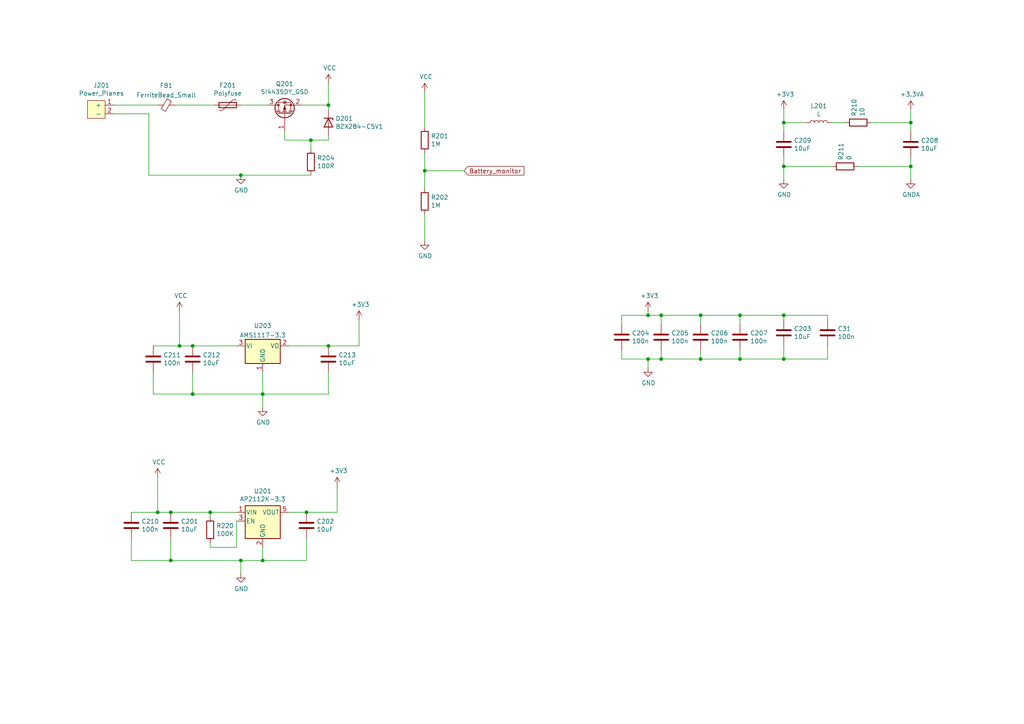
<source format=kicad_sch>
(kicad_sch (version 20211123) (generator eeschema)
  (paper "A4")
  (lib_symbols
    (symbol "Device:C" (pin_numbers hide) (pin_names (offset 0.254))
      (property "Reference" "C" (at 0.635 2.54 0))
      (property "Value" "C" (at 0.635 -2.54 0))
      (symbol "C_0_1"
        (polyline (pts (xy -2.032 -0.762) (xy 2.032 -0.762)) (stroke (width 0.508)))
        (polyline (pts (xy -2.032 0.762) (xy 2.032 0.762)) (stroke (width 0.508)))
      )
      (symbol "C_1_1"
        (pin passive line (at 0 3.81 270) (length 2.794) (name "~") (number "1"))
        (pin passive line (at 0 -3.81 90) (length 2.794) (name "~") (number "2"))
      )
    )
    (symbol "Device:D_Zener" (pin_numbers hide) (pin_names (offset 1.016) hide)
      (property "Reference" "D" (at 0 2.54 0))
      (property "Value" "D_Zener" (at 0 -2.54 0))
      (symbol "D_Zener_0_1"
        (polyline (pts (xy 1.27 0) (xy -1.27 0)))
        (polyline (pts (xy -1.27 -1.27) (xy -1.27 1.27) (xy -0.762 1.27)) (stroke (width 0.254)))
        (polyline (pts (xy 1.27 -1.27) (xy 1.27 1.27) (xy -1.27 0) (xy 1.27 -1.27)) (stroke (width 0.254)))
      )
      (symbol "D_Zener_1_1"
        (pin passive line (at -3.81 0 0) (length 2.54) (name "K") (number "1"))
        (pin passive line (at 3.81 0 180) (length 2.54) (name "A") (number "2"))
      )
    )
    (symbol "Device:FerriteBead_Small" (pin_numbers hide) (pin_names (offset 0))
      (property "Reference" "FB" (at 1.905 1.27 0))
      (property "Value" "FerriteBead_Small" (at 1.905 -1.27 0))
      (symbol "FerriteBead_Small_0_1"
        (polyline (pts (xy 0 -1.27) (xy 0 -0.7874)))
        (polyline (pts (xy 0 0.889) (xy 0 1.2954)))
        (polyline (pts (xy -1.8288 0.2794) (xy -1.1176 1.4986) (xy 1.8288 -0.2032) (xy 1.1176 -1.4224) (xy -1.8288 0.2794)))
      )
      (symbol "FerriteBead_Small_1_1"
        (pin passive line (at 0 2.54 270) (length 1.27) (name "~") (number "1"))
        (pin passive line (at 0 -2.54 90) (length 1.27) (name "~") (number "2"))
      )
    )
    (symbol "Device:L" (pin_numbers hide) (pin_names (offset 1.016) hide)
      (property "Reference" "L" (at -1.27 0 90))
      (property "Value" "L" (at 1.905 0 90))
      (symbol "L_0_1"
        (arc (start 0 -2.54) (mid 0.635 -1.905) (end 0 -1.27))
        (arc (start 0 -1.27) (mid 0.635 -0.635) (end 0 0))
        (arc (start 0 0) (mid 0.635 0.635) (end 0 1.27))
        (arc (start 0 1.27) (mid 0.635 1.905) (end 0 2.54))
      )
      (symbol "L_1_1"
        (pin passive line (at 0 3.81 270) (length 1.27) (name "1") (number "1"))
        (pin passive line (at 0 -3.81 90) (length 1.27) (name "2") (number "2"))
      )
    )
    (symbol "Device:Polyfuse" (pin_numbers hide) (pin_names (offset 0))
      (property "Reference" "F" (at -2.54 0 90))
      (property "Value" "Polyfuse" (at 2.54 0 90))
      (symbol "Polyfuse_0_1"
        (rectangle (start -0.762 2.54) (end 0.762 -2.54) (stroke (width 0.254)))
        (polyline (pts (xy 0 2.54) (xy 0 -2.54)))
        (polyline (pts (xy -1.524 2.54) (xy -1.524 1.524) (xy 1.524 -1.524) (xy 1.524 -2.54)))
      )
      (symbol "Polyfuse_1_1"
        (pin passive line (at 0 3.81 270) (length 1.27) (name "~") (number "1"))
        (pin passive line (at 0 -3.81 90) (length 1.27) (name "~") (number "2"))
      )
    )
    (symbol "Device:Q_PMOS_GSD" (pin_names (offset 0) hide)
      (property "Reference" "Q" (at 5.08 1.27 0))
      (property "Value" "Q_PMOS_GSD" (at 5.08 -1.27 0))
      (symbol "Q_PMOS_GSD_0_1"
        (polyline (pts (xy 0.254 0) (xy -2.54 0)))
        (polyline (pts (xy 0.254 1.905) (xy 0.254 -1.905)) (stroke (width 0.254)))
        (polyline (pts (xy 0.762 -1.27) (xy 0.762 -2.286)) (stroke (width 0.254)))
        (polyline (pts (xy 0.762 0.508) (xy 0.762 -0.508)) (stroke (width 0.254)))
        (polyline (pts (xy 0.762 2.286) (xy 0.762 1.27)) (stroke (width 0.254)))
        (polyline (pts (xy 2.54 2.54) (xy 2.54 1.778)))
        (polyline (pts (xy 2.54 -2.54) (xy 2.54 0) (xy 0.762 0)))
        (polyline (pts (xy 0.762 1.778) (xy 3.302 1.778) (xy 3.302 -1.778) (xy 0.762 -1.778)))
        (polyline (pts (xy 2.286 0) (xy 1.27 0.381) (xy 1.27 -0.381) (xy 2.286 0)) (fill (type outline)))
        (polyline (pts (xy 2.794 -0.508) (xy 2.921 -0.381) (xy 3.683 -0.381) (xy 3.81 -0.254)))
        (polyline (pts (xy 3.302 -0.381) (xy 2.921 0.254) (xy 3.683 0.254) (xy 3.302 -0.381)))
        (circle (center 1.651 0) (radius 2.794) (stroke (width 0.254)))
        (circle (center 2.54 -1.778) (radius 0.254) (fill (type outline)))
        (circle (center 2.54 1.778) (radius 0.254) (fill (type outline)))
      )
      (symbol "Q_PMOS_GSD_1_1"
        (pin input line (at -5.08 0 0) (length 2.54) (name "G") (number "1"))
        (pin passive line (at 2.54 -5.08 90) (length 2.54) (name "S") (number "2"))
        (pin passive line (at 2.54 5.08 270) (length 2.54) (name "D") (number "3"))
      )
    )
    (symbol "Device:R" (pin_numbers hide) (pin_names (offset 0))
      (property "Reference" "R" (at 2.032 0 90))
      (property "Value" "R" (at 0 0 90))
      (symbol "R_0_1"
        (rectangle (start -1.016 -2.54) (end 1.016 2.54) (stroke (width 0.254)))
      )
      (symbol "R_1_1"
        (pin passive line (at 0 3.81 270) (length 1.27) (name "~") (number "1"))
        (pin passive line (at 0 -3.81 90) (length 1.27) (name "~") (number "2"))
      )
    )
    (symbol "Regulator_Linear:AMS1117-3.3" (pin_names (offset 0.254))
      (property "Reference" "U" (at -3.81 3.175 0))
      (property "Value" "AMS1117-3.3" (at 0 3.175 0))
      (symbol "AMS1117-3.3_0_1"
        (rectangle (start -5.08 -5.08) (end 5.08 1.905) (stroke (width 0.254)) (fill (type background)))
      )
      (symbol "AMS1117-3.3_1_1"
        (pin power_in line (at 0 -7.62 90) (length 2.54) (name "GND") (number "1"))
        (pin power_out line (at 7.62 0 180) (length 2.54) (name "VO") (number "2"))
        (pin power_in line (at -7.62 0 0) (length 2.54) (name "VI") (number "3"))
      )
    )
    (symbol "Regulator_Linear:AP2112K-3.3" (pin_names (offset 0.254))
      (property "Reference" "U" (at -5.08 5.715 0))
      (property "Value" "AP2112K-3.3" (at 0 5.715 0))
      (symbol "AP2112K-3.3_0_1"
        (rectangle (start -5.08 4.445) (end 5.08 -5.08) (stroke (width 0.254)) (fill (type background)))
      )
      (symbol "AP2112K-3.3_1_1"
        (pin power_in line (at -7.62 2.54 0) (length 2.54) (name "VIN") (number "1"))
        (pin power_in line (at 0 -7.62 90) (length 2.54) (name "GND") (number "2"))
        (pin input line (at -7.62 0 0) (length 2.54) (name "EN") (number "3"))
        (pin no_connect line (at 5.08 0 180) (length 2.54) hide (name "NC") (number "4"))
        (pin power_out line (at 7.62 2.54 180) (length 2.54) (name "VOUT") (number "5"))
      )
    )
    (symbol "Special_Parts:Power_Planes" (pin_names (offset 1.016))
      (property "Reference" "J" (at 0 3.81 0))
      (property "Value" "Power_Planes" (at 0.635 -3.81 0))
      (symbol "Power_Planes_0_1"
        (rectangle (start 2.54 2.54) (end -2.54 -2.54) (fill (type background)))
      )
      (symbol "Power_Planes_1_1"
        (pin input line (at 5.08 1.27 180) (length 2.54) (name "+") (number "1"))
        (pin input line (at 5.08 -1.27 180) (length 2.54) (name "-") (number "2"))
      )
    )
    (symbol "power:+3.3V" (power) (pin_names (offset 0))
      (property "Value" "+3.3V" (at 0 3.556 0))
      (symbol "+3.3V_0_1"
        (polyline (pts (xy -0.762 1.27) (xy 0 2.54)))
        (polyline (pts (xy 0 0) (xy 0 2.54)))
        (polyline (pts (xy 0 2.54) (xy 0.762 1.27)))
      )
      (symbol "+3.3V_1_1"
        (pin power_in line (at 0 0 90) (length 0) hide (name "+3V3") (number "1"))
      )
    )
    (symbol "power:+3.3VA" (power) (pin_names (offset 0))
      (property "Value" "+3.3VA" (at 0 3.556 0))
      (symbol "+3.3VA_0_1"
        (polyline (pts (xy -0.762 1.27) (xy 0 2.54)))
        (polyline (pts (xy 0 0) (xy 0 2.54)))
        (polyline (pts (xy 0 2.54) (xy 0.762 1.27)))
      )
      (symbol "+3.3VA_1_1"
        (pin power_in line (at 0 0 90) (length 0) hide (name "+3.3VA") (number "1"))
      )
    )
    (symbol "power:GND" (power) (pin_names (offset 0))
      (property "Value" "GND" (at 0 -3.81 0))
      (symbol "GND_0_1"
        (polyline (pts (xy 0 0) (xy 0 -1.27) (xy 1.27 -1.27) (xy 0 -2.54) (xy -1.27 -1.27) (xy 0 -1.27)))
      )
      (symbol "GND_1_1"
        (pin power_in line (at 0 0 270) (length 0) hide (name "GND") (number "1"))
      )
    )
    (symbol "power:GNDA" (power) (pin_names (offset 0))
      (property "Value" "GNDA" (at 0 -3.81 0))
      (symbol "GNDA_0_1"
        (polyline (pts (xy 0 0) (xy 0 -1.27) (xy 1.27 -1.27) (xy 0 -2.54) (xy -1.27 -1.27) (xy 0 -1.27)))
      )
      (symbol "GNDA_1_1"
        (pin power_in line (at 0 0 270) (length 0) hide (name "GNDA") (number "1"))
      )
    )
    (symbol "power:VCC" (power) (pin_names (offset 0))
      (property "Value" "VCC" (at 0 3.81 0))
      (symbol "VCC_0_1"
        (polyline (pts (xy -0.762 1.27) (xy 0 2.54)))
        (polyline (pts (xy 0 0) (xy 0 2.54)))
        (polyline (pts (xy 0 2.54) (xy 0.762 1.27)))
      )
      (symbol "VCC_1_1"
        (pin power_in line (at 0 0 90) (length 0) hide (name "VCC") (number "1"))
      )
    )
  )
  (junction (at 187.96 104.14))
  (junction (at 187.96 91.44))
  (junction (at 203.2 104.14))
  (junction (at 123.19 49.53))
  (junction (at 227.33 48.26))
  (junction (at 191.77 91.44))
  (junction (at 95.25 100.33))
  (junction (at 227.33 35.56))
  (junction (at 95.25 30.48))
  (junction (at 55.88 100.33))
  (junction (at 60.96 148.59))
  (junction (at 227.33 91.44))
  (junction (at 69.85 50.8))
  (junction (at 264.16 48.26))
  (junction (at 264.16 35.56))
  (junction (at 55.88 114.3))
  (junction (at 45.72 148.59))
  (junction (at 191.77 104.14))
  (junction (at 76.2 114.3))
  (junction (at 88.9 148.59))
  (junction (at 203.2 91.44))
  (junction (at 69.85 162.56))
  (junction (at 214.63 91.44))
  (junction (at 49.53 162.56))
  (junction (at 227.33 104.14))
  (junction (at 49.53 148.59))
  (junction (at 52.07 100.33))
  (junction (at 90.17 40.64))
  (junction (at 214.63 104.14))
  (junction (at 76.2 162.56))
  (wire (pts (xy 45.72 148.59) (xy 49.53 148.59)))
  (wire (pts (xy 90.17 40.64) (xy 90.17 43.18)))
  (wire (pts (xy 180.34 93.98) (xy 180.34 91.44)))
  (wire (pts (xy 52.07 90.17) (xy 52.07 100.33)))
  (wire (pts (xy 123.19 26.67) (xy 123.19 36.83)))
  (wire (pts (xy 95.25 107.95) (xy 95.25 114.3)))
  (wire (pts (xy 95.25 31.75) (xy 95.25 30.48)))
  (wire (pts (xy 227.33 38.1) (xy 227.33 35.56)))
  (wire (pts (xy 203.2 104.14) (xy 203.2 101.6)))
  (wire (pts (xy 69.85 162.56) (xy 49.53 162.56)))
  (wire (pts (xy 227.33 92.71) (xy 227.33 91.44)))
  (wire (pts (xy 88.9 148.59) (xy 97.79 148.59)))
  (wire (pts (xy 43.18 33.02) (xy 43.18 50.8)))
  (wire (pts (xy 187.96 104.14) (xy 180.34 104.14)))
  (wire (pts (xy 104.14 100.33) (xy 104.14 92.71)))
  (wire (pts (xy 88.9 162.56) (xy 76.2 162.56)))
  (wire (pts (xy 83.82 148.59) (xy 88.9 148.59)))
  (wire (pts (xy 60.96 158.75) (xy 68.58 158.75)))
  (wire (pts (xy 241.3 35.56) (xy 245.11 35.56)))
  (wire (pts (xy 187.96 104.14) (xy 191.77 104.14)))
  (wire (pts (xy 33.02 30.48) (xy 45.72 30.48)))
  (wire (pts (xy 44.45 107.95) (xy 44.45 114.3)))
  (wire (pts (xy 38.1 162.56) (xy 49.53 162.56)))
  (wire (pts (xy 123.19 44.45) (xy 123.19 49.53)))
  (wire (pts (xy 248.92 48.26) (xy 264.16 48.26)))
  (wire (pts (xy 76.2 114.3) (xy 95.25 114.3)))
  (wire (pts (xy 60.96 158.75) (xy 60.96 157.48)))
  (wire (pts (xy 227.33 31.75) (xy 227.33 35.56)))
  (wire (pts (xy 187.96 90.17) (xy 187.96 91.44)))
  (wire (pts (xy 50.8 30.48) (xy 62.23 30.48)))
  (wire (pts (xy 69.85 50.8) (xy 90.17 50.8)))
  (wire (pts (xy 191.77 104.14) (xy 203.2 104.14)))
  (wire (pts (xy 227.33 91.44) (xy 240.03 91.44)))
  (wire (pts (xy 55.88 100.33) (xy 68.58 100.33)))
  (wire (pts (xy 97.79 148.59) (xy 97.79 140.97)))
  (wire (pts (xy 123.19 62.23) (xy 123.19 69.85)))
  (wire (pts (xy 227.33 35.56) (xy 233.68 35.56)))
  (wire (pts (xy 95.25 40.64) (xy 90.17 40.64)))
  (wire (pts (xy 187.96 106.68) (xy 187.96 104.14)))
  (wire (pts (xy 95.25 30.48) (xy 87.63 30.48)))
  (wire (pts (xy 227.33 48.26) (xy 241.3 48.26)))
  (wire (pts (xy 83.82 100.33) (xy 95.25 100.33)))
  (wire (pts (xy 49.53 148.59) (xy 60.96 148.59)))
  (wire (pts (xy 76.2 162.56) (xy 69.85 162.56)))
  (wire (pts (xy 264.16 35.56) (xy 264.16 31.75)))
  (wire (pts (xy 252.73 35.56) (xy 264.16 35.56)))
  (wire (pts (xy 95.25 100.33) (xy 104.14 100.33)))
  (wire (pts (xy 203.2 93.98) (xy 203.2 91.44)))
  (wire (pts (xy 191.77 93.98) (xy 191.77 91.44)))
  (wire (pts (xy 44.45 100.33) (xy 52.07 100.33)))
  (wire (pts (xy 68.58 151.13) (xy 68.58 158.75)))
  (wire (pts (xy 69.85 162.56) (xy 69.85 166.37)))
  (wire (pts (xy 203.2 91.44) (xy 214.63 91.44)))
  (wire (pts (xy 95.25 39.37) (xy 95.25 40.64)))
  (wire (pts (xy 191.77 91.44) (xy 203.2 91.44)))
  (wire (pts (xy 55.88 114.3) (xy 55.88 107.95)))
  (wire (pts (xy 69.85 30.48) (xy 77.47 30.48)))
  (wire (pts (xy 227.33 48.26) (xy 227.33 52.07)))
  (wire (pts (xy 95.25 24.13) (xy 95.25 30.48)))
  (wire (pts (xy 180.34 91.44) (xy 187.96 91.44)))
  (wire (pts (xy 49.53 162.56) (xy 49.53 156.21)))
  (wire (pts (xy 45.72 138.43) (xy 45.72 148.59)))
  (wire (pts (xy 240.03 104.14) (xy 227.33 104.14)))
  (wire (pts (xy 264.16 38.1) (xy 264.16 35.56)))
  (wire (pts (xy 52.07 100.33) (xy 55.88 100.33)))
  (wire (pts (xy 82.55 38.1) (xy 82.55 40.64)))
  (wire (pts (xy 44.45 114.3) (xy 55.88 114.3)))
  (wire (pts (xy 76.2 114.3) (xy 76.2 118.11)))
  (wire (pts (xy 191.77 104.14) (xy 191.77 101.6)))
  (wire (pts (xy 123.19 49.53) (xy 123.19 54.61)))
  (wire (pts (xy 60.96 148.59) (xy 68.58 148.59)))
  (wire (pts (xy 214.63 91.44) (xy 214.63 93.98)))
  (wire (pts (xy 214.63 104.14) (xy 227.33 104.14)))
  (wire (pts (xy 88.9 156.21) (xy 88.9 162.56)))
  (wire (pts (xy 76.2 114.3) (xy 55.88 114.3)))
  (wire (pts (xy 227.33 91.44) (xy 214.63 91.44)))
  (wire (pts (xy 214.63 104.14) (xy 214.63 101.6)))
  (wire (pts (xy 60.96 149.86) (xy 60.96 148.59)))
  (wire (pts (xy 180.34 104.14) (xy 180.34 101.6)))
  (wire (pts (xy 240.03 100.33) (xy 240.03 104.14)))
  (wire (pts (xy 76.2 158.75) (xy 76.2 162.56)))
  (wire (pts (xy 264.16 45.72) (xy 264.16 48.26)))
  (wire (pts (xy 227.33 100.33) (xy 227.33 104.14)))
  (wire (pts (xy 76.2 107.95) (xy 76.2 114.3)))
  (wire (pts (xy 90.17 40.64) (xy 82.55 40.64)))
  (wire (pts (xy 227.33 45.72) (xy 227.33 48.26)))
  (wire (pts (xy 203.2 104.14) (xy 214.63 104.14)))
  (wire (pts (xy 38.1 156.21) (xy 38.1 162.56)))
  (wire (pts (xy 187.96 91.44) (xy 191.77 91.44)))
  (wire (pts (xy 264.16 48.26) (xy 264.16 52.07)))
  (wire (pts (xy 38.1 148.59) (xy 45.72 148.59)))
  (wire (pts (xy 240.03 91.44) (xy 240.03 92.71)))
  (wire (pts (xy 134.62 49.53) (xy 123.19 49.53)))
  (wire (pts (xy 33.02 33.02) (xy 43.18 33.02)))
  (wire (pts (xy 43.18 50.8) (xy 69.85 50.8)))
  (global_label "Battery_monitor" (shape input) (at 134.62 49.53 0) (property "Intersheet References" "${INTERSHEET_REFS}" (effects hide)))
  (symbol (lib_id "Device:Polyfuse") (at 66.04 30.48 90) (unit 1)
    (property "Reference" "F201" (at 66.04 24.765 90))
    (property "Value" "Polyfuse" (at 66.04 27.0764 90))
    (property "Footprint" "Fuse:Fuse_1210_3225Metric_Pad1.42x2.65mm_HandSolder" (effects hide))
  )
  (symbol (lib_id "Device:Q_PMOS_GSD") (at 82.55 33.02 90) (unit 1)
    (property "Reference" "Q201" (at 82.55 24.3332 90))
    (property "Value" "SI4435DY_GSD" (at 82.55 26.6446 90))
    (property "Footprint" "Package_SO:SOIC-8_3.9x4.9mm_P1.27mm" (effects hide))
  )
  (symbol (lib_id "Device:D_Zener") (at 95.25 35.56 270) (unit 1)
    (property "Reference" "D201" (at 97.282 34.3916 90) (effects (justify left)))
    (property "Value" "BZX284-C5V1" (at 97.282 36.703 90) (effects (justify left)))
    (property "Footprint" "Diode_SMD:D_SOD-110" (effects hide))
  )
  (symbol (lib_id "Special_Parts:Power_Planes") (at 27.94 31.75 0) (unit 1)
    (property "Reference" "J201" (at 29.4132 24.765 0))
    (property "Value" "Power_Planes" (at 29.4132 27.0764 0))
    (property "Footprint" "Special_Parts:Power_planes_3x6mm" (effects hide))
  )
  (symbol (lib_id "power:GND") (at 69.85 50.8 0) (unit 1)
    (property "Reference" "#PWR0114" (effects hide))
    (property "Value" "GND" (at 69.977 55.1942 0))
  )
  (symbol (lib_id "power:VCC") (at 95.25 24.13 0) (unit 1)
    (property "Reference" "#PWR0115" (effects hide))
    (property "Value" "VCC" (at 95.631 19.7358 0))
  )
  (symbol (lib_id "power:+3.3V") (at 97.79 140.97 0) (unit 1)
    (property "Reference" "#PWR0118" (effects hide))
    (property "Value" "+3.3V" (at 98.171 136.5758 0))
  )
  (symbol (lib_id "power:VCC") (at 45.72 138.43 0) (unit 1)
    (property "Reference" "#PWR0119" (effects hide))
    (property "Value" "VCC" (at 46.101 134.0358 0))
  )
  (symbol (lib_id "power:GND") (at 69.85 166.37 0) (unit 1)
    (property "Reference" "#PWR0120" (effects hide))
    (property "Value" "GND" (at 69.977 170.7642 0))
  )
  (symbol (lib_id "Device:R") (at 123.19 40.64 0) (unit 1)
    (property "Reference" "R201" (at 124.968 39.4716 0) (effects (justify left)))
    (property "Value" "1M" (at 124.968 41.783 0) (effects (justify left)))
    (property "Footprint" "Resistor_SMD:R_0603_1608Metric_Pad0.98x0.95mm_HandSolder" (effects hide))
  )
  (symbol (lib_id "Device:R") (at 123.19 58.42 0) (unit 1)
    (property "Reference" "R202" (at 124.968 57.2516 0) (effects (justify left)))
    (property "Value" "1M" (at 124.968 59.563 0) (effects (justify left)))
    (property "Footprint" "Resistor_SMD:R_0603_1608Metric_Pad0.98x0.95mm_HandSolder" (effects hide))
  )
  (symbol (lib_id "power:VCC") (at 123.19 26.67 0) (unit 1)
    (property "Reference" "#PWR0121" (effects hide))
    (property "Value" "VCC" (at 123.571 22.2758 0))
  )
  (symbol (lib_id "power:GND") (at 123.19 69.85 0) (unit 1)
    (property "Reference" "#PWR0122" (effects hide))
    (property "Value" "GND" (at 123.317 74.2442 0))
  )
  (symbol (lib_id "Device:C") (at 88.9 152.4 0) (unit 1)
    (property "Reference" "C202" (at 91.821 151.2316 0) (effects (justify left)))
    (property "Value" "10uF" (at 91.821 153.543 0) (effects (justify left)))
    (property "Footprint" "Capacitor_SMD:C_1206_3216Metric" (effects hide))
  )
  (symbol (lib_id "Device:C") (at 49.53 152.4 180) (unit 1)
    (property "Reference" "C201" (at 52.451 151.2316 0) (effects (justify right)))
    (property "Value" "10uF" (at 52.451 153.543 0) (effects (justify right)))
    (property "Footprint" "Capacitor_SMD:C_1206_3216Metric" (effects hide))
  )
  (symbol (lib_id "Device:C") (at 227.33 96.52 0) (unit 1)
    (property "Reference" "C203" (at 230.251 95.3516 0) (effects (justify left)))
    (property "Value" "10uF" (at 230.251 97.663 0) (effects (justify left)))
    (property "Footprint" "Capacitor_SMD:C_1206_3216Metric" (effects hide))
  )
  (symbol (lib_id "Device:C") (at 180.34 97.79 0) (unit 1)
    (property "Reference" "C204" (at 183.261 96.6216 0) (effects (justify left)))
    (property "Value" "100n" (at 183.261 98.933 0) (effects (justify left)))
    (property "Footprint" "Capacitor_SMD:C_0603_1608Metric_Pad1.08x0.95mm_HandSolder" (effects hide))
  )
  (symbol (lib_id "Device:C") (at 191.77 97.79 0) (unit 1)
    (property "Reference" "C205" (at 194.691 96.6216 0) (effects (justify left)))
    (property "Value" "100n" (at 194.691 98.933 0) (effects (justify left)))
    (property "Footprint" "Capacitor_SMD:C_0603_1608Metric_Pad1.08x0.95mm_HandSolder" (effects hide))
  )
  (symbol (lib_id "Device:C") (at 203.2 97.79 0) (unit 1)
    (property "Reference" "C206" (at 206.121 96.6216 0) (effects (justify left)))
    (property "Value" "100n" (at 206.121 98.933 0) (effects (justify left)))
    (property "Footprint" "Capacitor_SMD:C_0603_1608Metric_Pad1.08x0.95mm_HandSolder" (effects hide))
  )
  (symbol (lib_id "Device:C") (at 214.63 97.79 0) (unit 1)
    (property "Reference" "C207" (at 217.551 96.6216 0) (effects (justify left)))
    (property "Value" "100n" (at 217.551 98.933 0) (effects (justify left)))
    (property "Footprint" "Capacitor_SMD:C_0603_1608Metric_Pad1.08x0.95mm_HandSolder" (effects hide))
  )
  (symbol (lib_id "power:+3.3V") (at 187.96 90.17 0) (unit 1)
    (property "Reference" "#PWR0201" (effects hide))
    (property "Value" "+3.3V" (at 188.341 85.7758 0))
  )
  (symbol (lib_id "power:GND") (at 187.96 106.68 0) (unit 1)
    (property "Reference" "#PWR0202" (effects hide))
    (property "Value" "GND" (at 188.087 111.0742 0))
  )
  (symbol (lib_id "power:+3.3VA") (at 264.16 31.75 0) (unit 1)
    (property "Reference" "#PWR0205" (effects hide))
    (property "Value" "+3.3VA" (at 264.541 27.3558 0))
  )
  (symbol (lib_id "power:GNDA") (at 264.16 52.07 0) (unit 1)
    (property "Reference" "#PWR0206" (effects hide))
    (property "Value" "GNDA" (at 264.287 56.4642 0))
  )
  (symbol (lib_id "Device:R") (at 248.92 35.56 90) (unit 1)
    (property "Reference" "R210" (at 247.7516 33.782 0) (effects (justify left)))
    (property "Value" "10" (at 250.063 33.782 0) (effects (justify left)))
    (property "Footprint" "Resistor_SMD:R_1206_3216Metric_Pad1.30x1.75mm_HandSolder" (effects hide))
  )
  (symbol (lib_id "power:+3.3V") (at 227.33 31.75 0) (unit 1)
    (property "Reference" "#PWR0203" (effects hide))
    (property "Value" "+3.3V" (at 227.711 27.3558 0))
  )
  (symbol (lib_id "power:GND") (at 227.33 52.07 0) (unit 1)
    (property "Reference" "#PWR0204" (effects hide))
    (property "Value" "GND" (at 227.457 56.4642 0))
  )
  (symbol (lib_id "Device:L") (at 237.49 35.56 90) (unit 1)
    (property "Reference" "L201" (at 237.49 30.734 90))
    (property "Value" "L" (at 237.49 33.0454 90))
    (property "Footprint" "Inductor_SMD:L_1206_3216Metric_Pad1.42x1.75mm_HandSolder" (effects hide))
  )
  (symbol (lib_id "Device:C") (at 264.16 41.91 0) (unit 1)
    (property "Reference" "C208" (at 267.081 40.7416 0) (effects (justify left)))
    (property "Value" "10uF" (at 267.081 43.053 0) (effects (justify left)))
    (property "Footprint" "Capacitor_SMD:C_1206_3216Metric" (effects hide))
  )
  (symbol (lib_id "Device:C") (at 38.1 152.4 0) (unit 1)
    (property "Reference" "C210" (at 41.021 151.2316 0) (effects (justify left)))
    (property "Value" "100n" (at 41.021 153.543 0) (effects (justify left)))
    (property "Footprint" "Capacitor_SMD:C_0603_1608Metric_Pad1.08x0.95mm_HandSolder" (effects hide))
  )
  (symbol (lib_id "Device:C") (at 227.33 41.91 0) (unit 1)
    (property "Reference" "C209" (at 230.251 40.7416 0) (effects (justify left)))
    (property "Value" "10uF" (at 230.251 43.053 0) (effects (justify left)))
    (property "Footprint" "Capacitor_SMD:C_1206_3216Metric" (effects hide))
  )
  (symbol (lib_id "Regulator_Linear:AP2112K-3.3") (at 76.2 151.13 0) (unit 1)
    (property "Reference" "U201" (at 76.2 142.4432 0))
    (property "Value" "AP2112K-3.3" (at 76.2 144.7546 0))
    (property "Footprint" "Package_TO_SOT_SMD:SOT-23-5" (effects hide))
    (property "Datasheet" "https://www.diodes.com/assets/Datasheets/AP2112.pdf" (effects hide))
  )
  (symbol (lib_id "Device:R") (at 60.96 153.67 0) (unit 1)
    (property "Reference" "R220" (at 62.738 152.5016 0) (effects (justify left)))
    (property "Value" "100K" (at 62.738 154.813 0) (effects (justify left)))
    (property "Footprint" "Resistor_SMD:R_0603_1608Metric_Pad0.98x0.95mm_HandSolder" (effects hide))
  )
  (symbol (lib_id "Device:C") (at 240.03 96.52 0) (unit 1)
    (property "Reference" "C31" (at 242.951 95.3516 0) (effects (justify left)))
    (property "Value" "100n" (at 242.951 97.663 0) (effects (justify left)))
    (property "Footprint" "Capacitor_SMD:C_0603_1608Metric_Pad1.08x0.95mm_HandSolder" (effects hide))
  )
  (symbol (lib_id "Device:C") (at 95.25 104.14 0) (unit 1)
    (property "Reference" "C213" (at 98.171 102.9716 0) (effects (justify left)))
    (property "Value" "10uF" (at 98.171 105.283 0) (effects (justify left)))
    (property "Footprint" "Capacitor_SMD:C_1206_3216Metric" (effects hide))
  )
  (symbol (lib_id "Regulator_Linear:AMS1117-3.3") (at 76.2 100.33 0) (unit 1)
    (property "Reference" "U203" (at 76.2 94.4585 0))
    (property "Value" "AMS1117-3.3" (at 76.2 97.2336 0))
    (property "Footprint" "Package_TO_SOT_SMD:SOT-223-3_TabPin2" (effects hide))
    (property "Datasheet" "http://www.advanced-monolithic.com/pdf/ds1117.pdf" (effects hide))
  )
  (symbol (lib_id "power:+3.3V") (at 104.14 92.71 0) (unit 1)
    (property "Reference" "#PWR0210" (effects hide))
    (property "Value" "+3.3V" (at 104.521 88.3158 0))
  )
  (symbol (lib_id "power:VCC") (at 52.07 90.17 0) (unit 1)
    (property "Reference" "#PWR0209" (effects hide))
    (property "Value" "VCC" (at 52.451 85.7758 0))
  )
  (symbol (lib_id "Device:R") (at 90.17 46.99 0) (unit 1)
    (property "Reference" "R204" (at 91.948 45.8216 0) (effects (justify left)))
    (property "Value" "100R" (at 91.948 48.133 0) (effects (justify left)))
    (property "Footprint" "Resistor_SMD:R_0603_1608Metric_Pad0.98x0.95mm_HandSolder" (effects hide))
  )
  (symbol (lib_id "power:GND") (at 76.2 118.11 0) (unit 1)
    (property "Reference" "#PWR0211" (effects hide))
    (property "Value" "GND" (at 76.327 122.5042 0))
  )
  (symbol (lib_id "Device:C") (at 55.88 104.14 180) (unit 1)
    (property "Reference" "C212" (at 58.801 102.9716 0) (effects (justify right)))
    (property "Value" "10uF" (at 58.801 105.283 0) (effects (justify right)))
    (property "Footprint" "Capacitor_SMD:C_1206_3216Metric" (effects hide))
  )
  (symbol (lib_id "Device:FerriteBead_Small") (at 48.26 30.48 90) (unit 1)
    (property "Reference" "FB1" (at 48.2219 24.8117 90))
    (property "Value" "FerriteBead_Small" (at 48.2219 27.5868 90))
    (property "Footprint" "Capacitor_SMD:C_0603_1608Metric_Pad1.08x0.95mm_HandSolder" (effects hide))
  )
  (symbol (lib_id "Device:C") (at 44.45 104.14 0) (unit 1)
    (property "Reference" "C211" (at 47.371 102.9716 0) (effects (justify left)))
    (property "Value" "100n" (at 47.371 105.283 0) (effects (justify left)))
    (property "Footprint" "Capacitor_SMD:C_0603_1608Metric_Pad1.08x0.95mm_HandSolder" (effects hide))
  )
  (symbol (lib_id "Device:R") (at 245.11 48.26 90) (unit 1)
    (property "Reference" "R211" (at 243.9416 46.482 0) (effects (justify left)))
    (property "Value" "0" (at 246.253 46.482 0) (effects (justify left)))
    (property "Footprint" "Resistor_SMD:R_1206_3216Metric_Pad1.30x1.75mm_HandSolder" (effects hide))
  )
)
</source>
